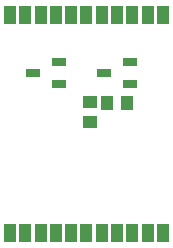
<source format=gts>
G04*
G04 #@! TF.GenerationSoftware,Altium Limited,Altium Designer,20.0.2 (26)*
G04*
G04 Layer_Color=8388736*
%FSLAX25Y25*%
%MOIN*%
G70*
G01*
G75*
%ADD12R,0.03950X0.04737*%
%ADD13R,0.04737X0.03950*%
%ADD14R,0.04934X0.03162*%
%ADD15R,0.03950X0.06312*%
D12*
X41244Y44827D02*
D03*
X34551D02*
D03*
D13*
X28772Y45264D02*
D03*
Y38571D02*
D03*
D14*
X18374Y51165D02*
D03*
Y58646D02*
D03*
X9713Y54905D02*
D03*
X42228Y51165D02*
D03*
Y58646D02*
D03*
X33567Y54905D02*
D03*
D15*
X53143Y74134D02*
D03*
X48049D02*
D03*
X17488D02*
D03*
X22582D02*
D03*
X27675D02*
D03*
X32769D02*
D03*
X37862D02*
D03*
X42956D02*
D03*
X12395D02*
D03*
X2205D02*
D03*
X7300D02*
D03*
X2205Y1693D02*
D03*
X7298D02*
D03*
X37859D02*
D03*
X32766D02*
D03*
X27672D02*
D03*
X22579D02*
D03*
X17485D02*
D03*
X12392D02*
D03*
X42953D02*
D03*
X53143D02*
D03*
X48048D02*
D03*
M02*

</source>
